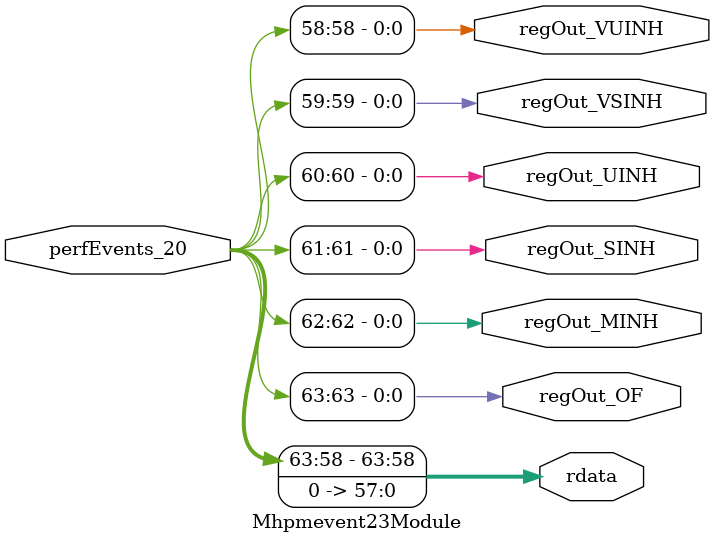
<source format=v>
module Mhpmevent23Module(
  output [63:0] rdata,
  output        regOut_OF,
  output        regOut_MINH,
  output        regOut_SINH,
  output        regOut_UINH,
  output        regOut_VSINH,
  output        regOut_VUINH,
  input  [63:0] perfEvents_20
);

  assign rdata = {perfEvents_20[63:58], 58'h0};
  assign regOut_OF = perfEvents_20[63];
  assign regOut_MINH = perfEvents_20[62];
  assign regOut_SINH = perfEvents_20[61];
  assign regOut_UINH = perfEvents_20[60];
  assign regOut_VSINH = perfEvents_20[59];
  assign regOut_VUINH = perfEvents_20[58];
endmodule


</source>
